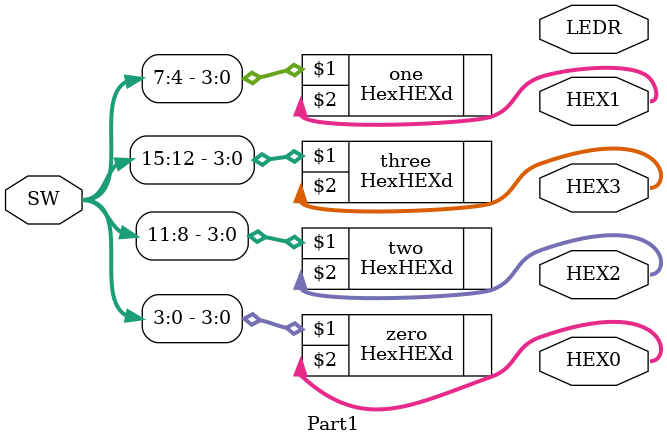
<source format=sv>

module Part1(input [15:0]SW,output [0:15]LEDR,
					output [0:6] HEX0,
					output [0:6] HEX1,
					output [0:6] HEX2,
					output [0:6] HEX3);
					HexHEXd zero (SW[3:0],HEX0);
					HexHEXd one  (SW[7:4],HEX1);
					HexHEXd two  (SW[11:8],HEX2);
					HexHEXd three(SW[15:12],HEX3);
					//HexHEXd zero(SW[0:3],HEX0);
					
endmodule 
</source>
